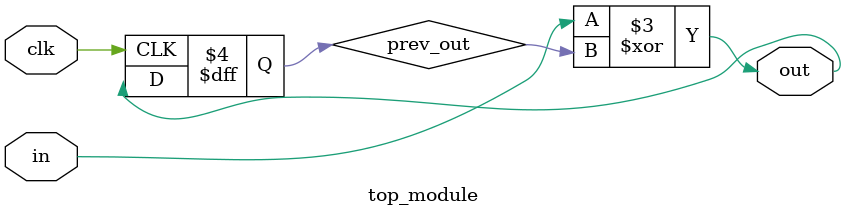
<source format=sv>
module top_module (
    input clk,
    input in,
    output logic out
);
    logic prev_out;

    always_ff @(posedge clk)
        prev_out <= out;

    always_comb
        out = in ^ prev_out;
endmodule

</source>
